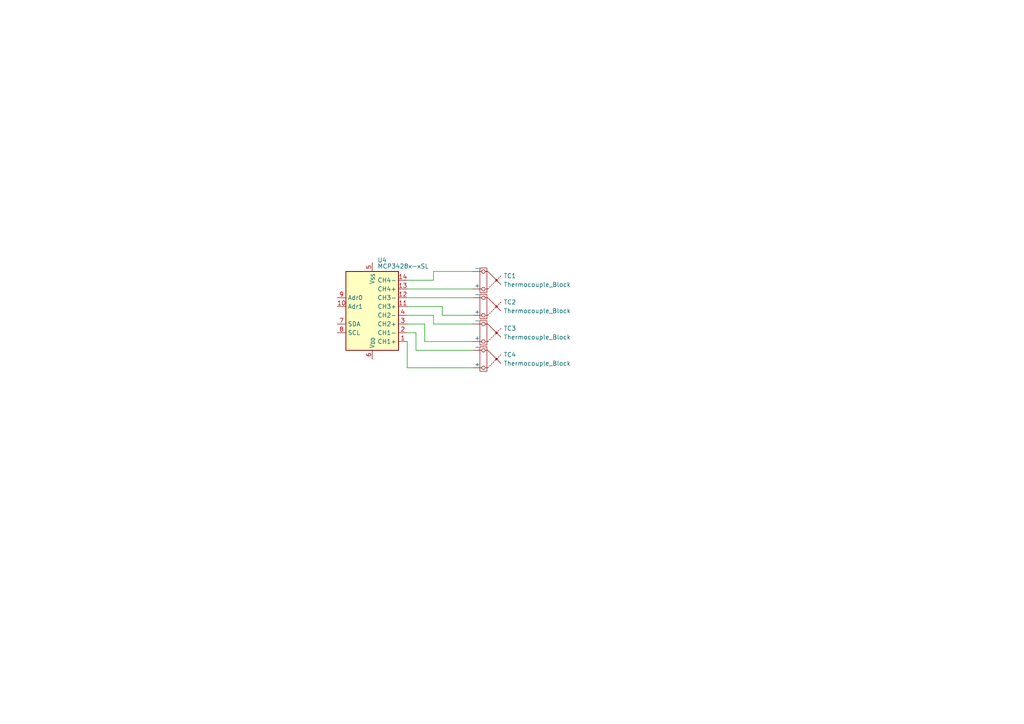
<source format=kicad_sch>
(kicad_sch (version 20231120) (generator "eeschema") (generator_version "8.0")
  (paper "A4")
  (lib_symbols
    (symbol "Analog_ADC:MCP3428x-xSL"
      (property "Reference" "U" (at -6.35 11.43 0))
      (property "Value" "MCP3428x-xSL" (at 1.27 11.43 0))
      (symbol "MCP3428x-xSL_0_1"
        (rectangle (start -7.62 10.16) (end 7.62 -12.7) (stroke (width 0.254)) (fill (type background)))
      )
      (symbol "MCP3428x-xSL_1_1"
        (pin input line (at -10.16 7.62 0) (length 2.54) (name "CH1+") (number "1"))
        (pin input line (at 10.16 -2.54 180) (length 2.54) (name "Adr1") (number "10"))
        (pin input line (at -10.16 -2.54 0) (length 2.54) (name "CH3+") (number "11"))
        (pin input line (at -10.16 -5.08 0) (length 2.54) (name "CH3-") (number "12"))
        (pin input line (at -10.16 -7.62 0) (length 2.54) (name "CH4+") (number "13"))
        (pin input line (at -10.16 -10.16 0) (length 2.54) (name "CH4-") (number "14"))
        (pin input line (at -10.16 5.08 0) (length 2.54) (name "CH1-") (number "2"))
        (pin input line (at -10.16 2.54 0) (length 2.54) (name "CH2+") (number "3"))
        (pin input line (at -10.16 0 0) (length 2.54) (name "CH2-") (number "4"))
        (pin power_in line (at 0 -15.24 90) (length 2.54) (name "V_{SS}") (number "5"))
        (pin power_in line (at 0 12.7 270) (length 2.54) (name "V_{DD}") (number "6"))
        (pin bidirectional line (at 10.16 2.54 180) (length 2.54) (name "SDA") (number "7"))
        (pin input line (at 10.16 5.08 180) (length 2.54) (name "SCL") (number "8"))
        (pin input line (at 10.16 -5.08 180) (length 2.54) (name "Adr0") (number "9"))
      )
    )
    (symbol "Device:Thermocouple_Block" (pin_numbers hide) (pin_names (offset 0))
      (property "Reference" "TC" (at -3.048 3.81 0))
      (property "Value" "Thermocouple_Block" (at -5.08 -4.064 0))
      (symbol "Thermocouple_Block_0_1"
        (circle (center -1.778 0) (radius 0.254) (fill (type outline)))
        (polyline (pts (xy -2.794 -1.016) (xy -3.048 -1.27)))
        (polyline (pts (xy -2.286 -0.508) (xy -2.54 -0.762)))
        (polyline (pts (xy -1.778 0) (xy -2.032 -0.254)))
        (polyline (pts (xy -1.27 0.508) (xy -1.524 0.254)))
        (polyline (pts (xy -0.762 1.016) (xy -1.016 0.762)))
        (polyline (pts (xy -0.254 1.524) (xy -0.508 1.27)))
        (polyline (pts (xy 0.254 2.032) (xy 0 1.778)))
        (polyline (pts (xy 0.762 2.54) (xy 0.508 2.286)))
        (polyline (pts (xy 1.27 -2.54) (xy 1.016 -2.54)))
        (polyline (pts (xy 1.27 2.54) (xy 0.762 2.54)))
        (polyline (pts (xy 1.524 -2.54) (xy 0.762 -2.54) (xy -3.048 1.27)))
        (rectangle (start 1.016 3.556) (end 3.048 -3.556))
        (circle (center 2.032 -2.54) (radius 0.508))
        (circle (center 2.032 2.54) (radius 0.508))
      )
      (symbol "Thermocouple_Block_1_1"
        (pin passive line (at 5.08 2.54 180) (length 2.54) (name "+") (number "1"))
        (pin passive line (at 5.08 -2.54 180) (length 2.54) (name "-") (number "2"))
      )
    )
  )
  (wire (pts (xy 118.11 99.06) (xy 118.11 106.68)))
  (wire (pts (xy 118.11 93.98) (xy 123.19 93.98)))
  (wire (pts (xy 128.27 91.44) (xy 137.16 91.44)))
  (wire (pts (xy 123.19 99.06) (xy 137.16 99.06)))
  (wire (pts (xy 118.11 96.52) (xy 120.65 96.52)))
  (wire (pts (xy 125.73 91.44) (xy 125.73 93.98)))
  (wire (pts (xy 118.11 86.36) (xy 137.16 86.36)))
  (wire (pts (xy 120.65 96.52) (xy 120.65 101.6)))
  (wire (pts (xy 120.65 101.6) (xy 137.16 101.6)))
  (wire (pts (xy 125.73 93.98) (xy 137.16 93.98)))
  (wire (pts (xy 118.11 88.9) (xy 128.27 88.9)))
  (wire (pts (xy 128.27 88.9) (xy 128.27 91.44)))
  (wire (pts (xy 118.11 91.44) (xy 125.73 91.44)))
  (wire (pts (xy 123.19 93.98) (xy 123.19 99.06)))
  (wire (pts (xy 118.11 83.82) (xy 137.16 83.82)))
  (wire (pts (xy 118.11 81.28) (xy 125.73 81.28)))
  (wire (pts (xy 118.11 106.68) (xy 137.16 106.68)))
  (wire (pts (xy 125.73 78.74) (xy 137.16 78.74)))
  (wire (pts (xy 125.73 81.28) (xy 125.73 78.74)))
  (symbol (lib_id "Device:Thermocouple_Block") (at 142.24 104.14 180) (unit 1)
    (property "Reference" "TC4" (at 146.05 102.8699 0) (effects (justify right)))
    (property "Value" "Thermocouple_Block" (at 146.05 105.4099 0) (effects (justify right)))
    (property "Description" "Thermocouple with isothermal block" (effects (hide yes)))
  )
  (symbol (lib_id "Device:Thermocouple_Block") (at 142.24 81.28 180) (unit 1)
    (property "Reference" "TC1" (at 146.05 80.0099 0) (effects (justify right)))
    (property "Value" "Thermocouple_Block" (at 146.05 82.5499 0) (effects (justify right)))
    (property "Description" "Thermocouple with isothermal block" (effects (hide yes)))
  )
  (symbol (lib_id "Device:Thermocouple_Block") (at 142.24 88.9 180) (unit 1)
    (property "Reference" "TC2" (at 146.05 87.6299 0) (effects (justify right)))
    (property "Value" "Thermocouple_Block" (at 146.05 90.1699 0) (effects (justify right)))
    (property "Description" "Thermocouple with isothermal block" (effects (hide yes)))
  )
  (symbol (lib_id "Analog_ADC:MCP3428x-xSL") (at 107.95 91.44 180) (unit 1)
    (property "Reference" "U4" (at 109.474 75.438 0) (effects (justify right)))
    (property "Value" "MCP3428x-xSL" (at 109.474 77.216 0) (effects (justify right)))
    (property "Footprint" "Package_SO:SOIC-14_3.9x8.7mm_P1.27mm" (effects (hide yes)))
    (property "Datasheet" "http://ww1.microchip.com/downloads/en/DeviceDoc/22226a.pdf" (effects (hide yes)))
    (property "Description" "16-Bit, Multi-Channel ΔΣ Analog-to-Digital Converter with I2C Interface and On-Board Reference, SOIC-14" (effects (hide yes)))
  )
  (symbol (lib_id "Device:Thermocouple_Block") (at 142.24 96.52 180) (unit 1)
    (property "Reference" "TC3" (at 146.05 95.2499 0) (effects (justify right)))
    (property "Value" "Thermocouple_Block" (at 146.05 97.7899 0) (effects (justify right)))
    (property "Description" "Thermocouple with isothermal block" (effects (hide yes)))
  )
)
</source>
